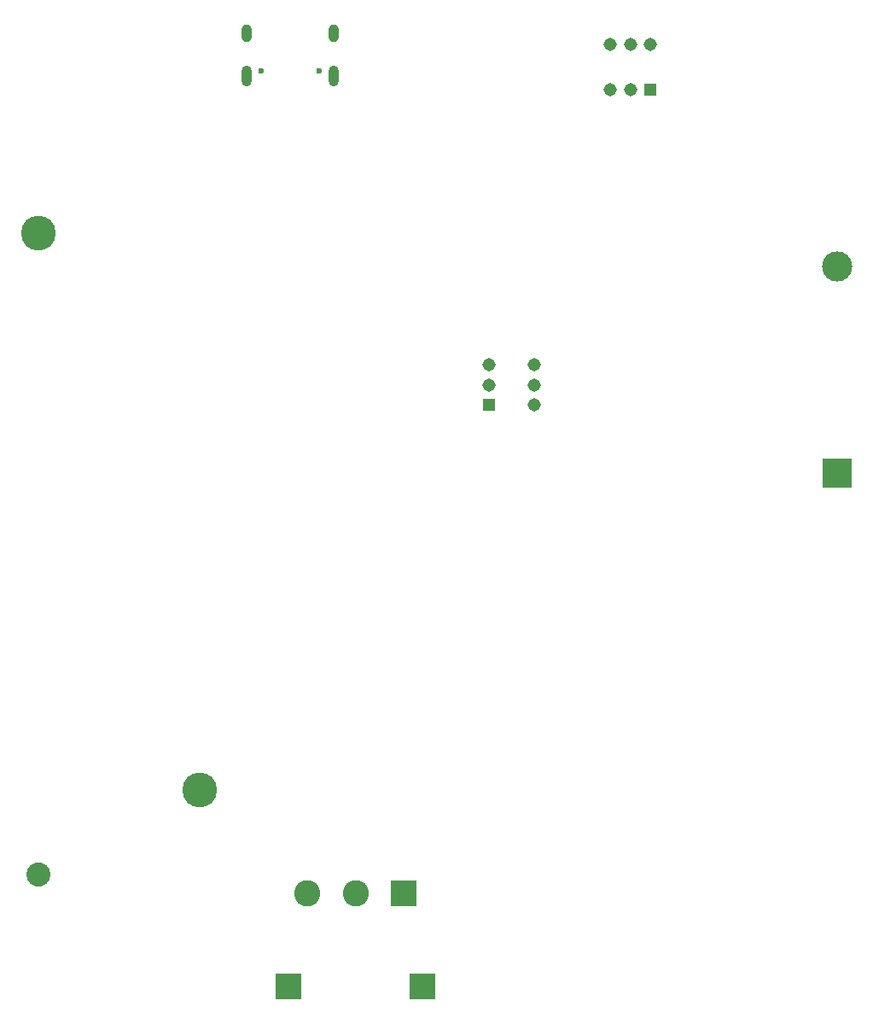
<source format=gbr>
%TF.GenerationSoftware,KiCad,Pcbnew,9.0.0*%
%TF.CreationDate,2025-04-07T01:58:02+02:00*%
%TF.ProjectId,Mastersthesis,4d617374-6572-4737-9468-657369732e6b,0*%
%TF.SameCoordinates,Original*%
%TF.FileFunction,Soldermask,Bot*%
%TF.FilePolarity,Negative*%
%FSLAX46Y46*%
G04 Gerber Fmt 4.6, Leading zero omitted, Abs format (unit mm)*
G04 Created by KiCad (PCBNEW 9.0.0) date 2025-04-07 01:58:02*
%MOMM*%
%LPD*%
G01*
G04 APERTURE LIST*
%ADD10R,1.308000X1.308000*%
%ADD11C,1.308000*%
%ADD12C,0.600000*%
%ADD13O,1.000000X2.100000*%
%ADD14O,1.000000X1.800000*%
%ADD15R,2.600000X2.600000*%
%ADD16C,2.600000*%
%ADD17R,3.000000X3.000000*%
%ADD18C,3.000000*%
%ADD19C,2.390000*%
%ADD20C,3.450000*%
G04 APERTURE END LIST*
D10*
%TO.C,S1*%
X138250000Y-48500000D03*
D11*
X136250000Y-48500000D03*
X134250000Y-48500000D03*
X138250000Y-44000000D03*
X136250000Y-44000000D03*
X134250000Y-44000000D03*
%TD*%
D12*
%TO.C,J3*%
X105390000Y-46605000D03*
X99610000Y-46605000D03*
D13*
X106820000Y-47125000D03*
D14*
X106820000Y-42925000D03*
D13*
X98180000Y-47125000D03*
D14*
X98180000Y-42925000D03*
%TD*%
D10*
%TO.C,S2*%
X122250000Y-79750000D03*
D11*
X122250000Y-77750000D03*
X122250000Y-75750000D03*
X126750000Y-79750000D03*
X126750000Y-77750000D03*
X126750000Y-75750000D03*
%TD*%
D15*
%TO.C,SW3*%
X113800000Y-128200000D03*
D16*
X109000000Y-128200000D03*
X104200000Y-128200000D03*
D15*
X115650000Y-137400000D03*
X102350000Y-137400000D03*
%TD*%
D17*
%TO.C,BT2*%
X156749999Y-86500001D03*
D18*
X156749999Y-66010001D03*
%TD*%
D19*
%TO.C,BT1*%
X77500000Y-126260000D03*
D20*
X93500000Y-117930000D03*
X77500000Y-62730000D03*
%TD*%
M02*

</source>
